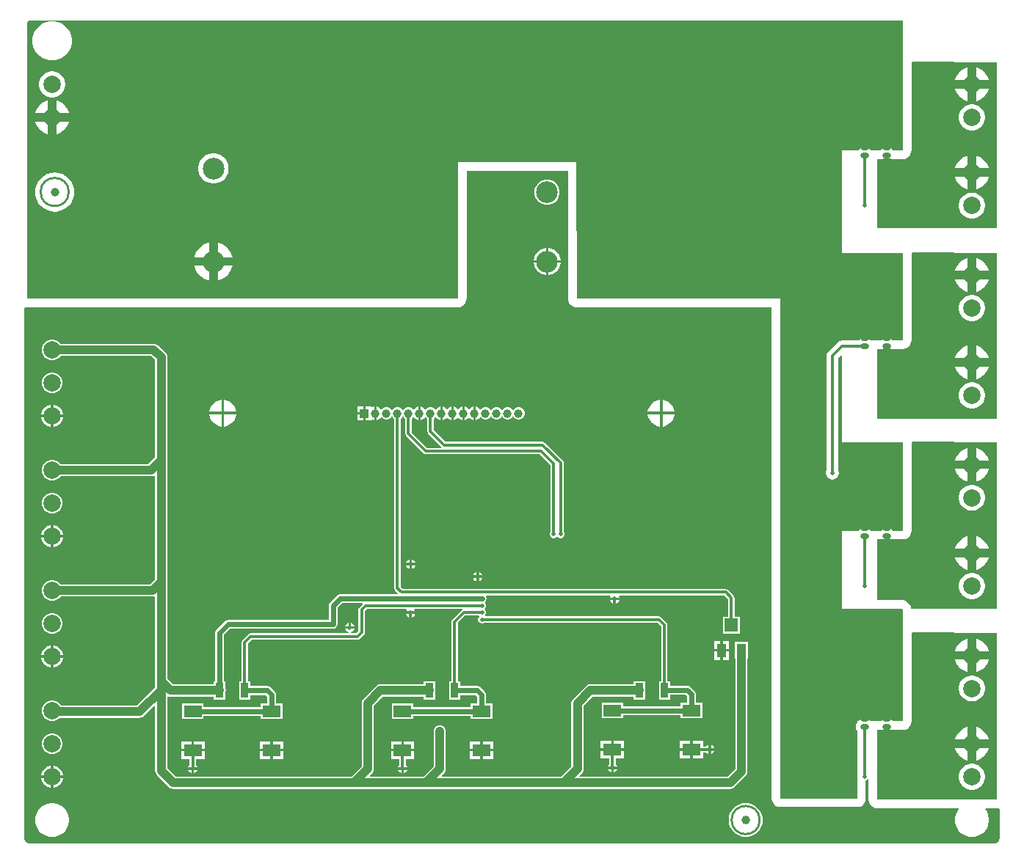
<source format=gtl>
G04*
G04 #@! TF.GenerationSoftware,Altium Limited,Altium Designer,21.4.1 (30)*
G04*
G04 Layer_Physical_Order=1*
G04 Layer_Color=255*
%FSLAX24Y24*%
%MOIN*%
G70*
G04*
G04 #@! TF.SameCoordinates,136769D1-9CB9-4328-8E5A-620BB88F4A60*
G04*
G04*
G04 #@! TF.FilePolarity,Positive*
G04*
G01*
G75*
%ADD11C,0.0100*%
%ADD13C,0.0118*%
%ADD15R,0.0354X0.0669*%
%ADD16R,0.0827X0.0551*%
%ADD17R,0.0394X0.0276*%
%ADD18O,0.0394X0.0276*%
%ADD19R,0.0630X0.0630*%
%ADD20R,0.0433X0.0630*%
%ADD21C,0.0394*%
%ADD35C,0.0197*%
%ADD36C,0.0394*%
%ADD37C,0.0236*%
%ADD38C,0.0787*%
%ADD39R,0.0394X0.0394*%
%ADD40C,0.0984*%
G36*
X-1024Y36350D02*
X38622Y36350D01*
Y33661D01*
X38622Y30433D01*
X38215D01*
X38211Y30437D01*
X38141Y30491D01*
X38060Y30525D01*
X37972Y30536D01*
X37854D01*
X37767Y30525D01*
X37686Y30491D01*
X37616Y30437D01*
X37612Y30433D01*
X37191D01*
X37187Y30437D01*
X37118Y30491D01*
X37036Y30525D01*
X36949Y30536D01*
X36831D01*
X36743Y30525D01*
X36662Y30491D01*
X36592Y30437D01*
X36589Y30433D01*
X35866D01*
Y25783D01*
X38622D01*
Y21811D01*
X38160D01*
X38141Y21826D01*
X38060Y21860D01*
X37972Y21871D01*
X37854D01*
X37767Y21860D01*
X37686Y21826D01*
X37666Y21811D01*
X37137D01*
X37118Y21826D01*
X37036Y21860D01*
X36949Y21871D01*
X36831D01*
X36743Y21860D01*
X36662Y21826D01*
X36643Y21811D01*
X35866D01*
Y21792D01*
X35799Y21783D01*
X35737Y21757D01*
X35684Y21716D01*
X35251Y21283D01*
X35210Y21229D01*
X35184Y21167D01*
X35175Y21100D01*
Y15920D01*
X35158Y15891D01*
X35138Y15816D01*
Y15738D01*
X35158Y15663D01*
X35197Y15595D01*
X35252Y15540D01*
X35319Y15501D01*
X35394Y15481D01*
X35472D01*
X35547Y15501D01*
X35614Y15540D01*
X35669Y15595D01*
X35708Y15663D01*
X35728Y15738D01*
Y15816D01*
X35708Y15891D01*
X35691Y15920D01*
Y20993D01*
X35820Y21122D01*
X35866Y21103D01*
Y17157D01*
X38622D01*
Y13150D01*
X38207D01*
X38141Y13200D01*
X38060Y13234D01*
X37972Y13245D01*
X37854D01*
X37767Y13234D01*
X37686Y13200D01*
X37620Y13150D01*
X37183D01*
X37118Y13200D01*
X37036Y13234D01*
X36949Y13245D01*
X36831D01*
X36743Y13234D01*
X36662Y13200D01*
X36597Y13150D01*
X35866D01*
Y9599D01*
X38587Y9604D01*
X38622Y9569D01*
Y4659D01*
Y4488D01*
X38201D01*
X38141Y4534D01*
X38060Y4568D01*
X37972Y4580D01*
X37854D01*
X37767Y4568D01*
X37686Y4534D01*
X37625Y4488D01*
X37178D01*
X37118Y4534D01*
X37036Y4568D01*
X36949Y4580D01*
X36831D01*
X36743Y4568D01*
X36662Y4534D01*
X36602Y4488D01*
X36554D01*
Y4432D01*
X36538Y4411D01*
X36505Y4329D01*
X36493Y4242D01*
X36505Y4155D01*
X36538Y4073D01*
X36554Y4053D01*
Y3536D01*
Y984D01*
X33071D01*
Y13150D01*
Y23701D01*
X23822D01*
X23816Y29891D01*
X18425D01*
Y23701D01*
X-1137D01*
Y32122D01*
X-1137Y32122D01*
Y36236D01*
X-1137Y36236D01*
X-1137Y36236D01*
X-1129Y36283D01*
X-1105Y36318D01*
X-1068Y36343D01*
X-1028Y36351D01*
X-1024Y36350D01*
D02*
G37*
G36*
X42909Y34449D02*
Y26890D01*
X37480D01*
Y30036D01*
X37612D01*
X37638Y30039D01*
X37664D01*
X37689Y30046D01*
X37715Y30050D01*
X37739Y30059D01*
X37764Y30066D01*
X37787Y30079D01*
X37811Y30089D01*
X37831Y30105D01*
X37854Y30118D01*
X37862Y30126D01*
X37879Y30139D01*
X37880Y30139D01*
X37946D01*
X37948Y30139D01*
X37965Y30126D01*
X37973Y30118D01*
X37995Y30105D01*
X38016Y30089D01*
X38040Y30079D01*
X38063Y30066D01*
X38088Y30059D01*
X38112Y30050D01*
X38138Y30046D01*
X38163Y30039D01*
X38189Y30039D01*
X38215Y30036D01*
X38622D01*
X38725Y30050D01*
X38821Y30089D01*
X38903Y30152D01*
X38966Y30235D01*
X39006Y30330D01*
X39019Y30433D01*
X39019Y33661D01*
Y34449D01*
X39055Y34484D01*
X42909Y34449D01*
D02*
G37*
G36*
X23425Y23700D02*
X23431Y23649D01*
X23438Y23598D01*
X23438Y23598D01*
X23438Y23598D01*
X23458Y23550D01*
X23478Y23502D01*
X23478Y23502D01*
X23478Y23502D01*
X23509Y23461D01*
X23541Y23420D01*
X23541Y23420D01*
X23541Y23420D01*
X23582Y23388D01*
X23623Y23357D01*
X23623Y23357D01*
X23623Y23357D01*
X23671Y23337D01*
X23719Y23317D01*
X23719Y23317D01*
X23719Y23317D01*
X23770Y23310D01*
X23822Y23304D01*
X32674D01*
Y13150D01*
Y984D01*
X32687Y881D01*
X32727Y786D01*
X32790Y703D01*
X32872Y640D01*
X32968Y601D01*
X33071Y587D01*
X36554D01*
X36657Y601D01*
X36753Y640D01*
X36835Y703D01*
X36898Y786D01*
X36938Y881D01*
X36951Y984D01*
Y1802D01*
X36990Y1818D01*
X37033Y1861D01*
X37065Y1855D01*
X37083Y1846D01*
Y933D01*
X37097Y830D01*
X37136Y735D01*
X37200Y652D01*
X37282Y589D01*
X37378Y549D01*
X37480Y536D01*
X41157D01*
X41168Y508D01*
X41173Y486D01*
X41091Y364D01*
X41033Y224D01*
X41004Y76D01*
Y-76D01*
X41033Y-224D01*
X41091Y-364D01*
X41175Y-489D01*
X41282Y-596D01*
X41408Y-680D01*
X41548Y-738D01*
X41696Y-768D01*
X41847D01*
X41996Y-738D01*
X42135Y-680D01*
X42261Y-596D01*
X42368Y-489D01*
X42452Y-364D01*
X42510Y-224D01*
X42539Y-76D01*
Y76D01*
X42510Y224D01*
X42452Y364D01*
X42370Y486D01*
X42375Y508D01*
X42387Y536D01*
X42909D01*
X42979Y545D01*
X43029Y506D01*
Y-827D01*
X43030Y-831D01*
X43013Y-917D01*
X42962Y-993D01*
X42885Y-1045D01*
X42800Y-1062D01*
X42795Y-1061D01*
X-974Y-1061D01*
X-1024Y-1061D01*
X-1071Y-1053D01*
X-1114Y-1045D01*
X-1190Y-993D01*
X-1241Y-917D01*
X-1250Y-874D01*
X-1258Y-827D01*
X-1258Y-827D01*
X-1258Y-778D01*
X-1258Y23274D01*
X-1208Y23313D01*
X-1137Y23304D01*
X18425D01*
X18528Y23317D01*
X18624Y23357D01*
X18706Y23420D01*
X18769Y23502D01*
X18809Y23598D01*
X18822Y23701D01*
Y29493D01*
X23419D01*
X23425Y23700D01*
D02*
G37*
G36*
X42909Y25784D02*
X42909Y18224D01*
X37480D01*
Y21414D01*
X37666D01*
X37692Y21417D01*
X37718D01*
X37743Y21424D01*
X37769Y21427D01*
X37793Y21437D01*
X37818Y21444D01*
X37841Y21457D01*
X37865Y21467D01*
X37872Y21473D01*
X37880Y21474D01*
X37946D01*
X37954Y21473D01*
X37962Y21467D01*
X37986Y21457D01*
X38008Y21444D01*
X38034Y21437D01*
X38058Y21427D01*
X38083Y21424D01*
X38109Y21417D01*
X38135D01*
X38160Y21414D01*
X38622D01*
X38725Y21427D01*
X38821Y21467D01*
X38903Y21530D01*
X38966Y21612D01*
X39006Y21708D01*
X39019Y21811D01*
Y25769D01*
X39054Y25819D01*
X42909Y25784D01*
D02*
G37*
G36*
X42909Y17158D02*
Y9598D01*
X39015D01*
X39012Y9620D01*
X39006Y9671D01*
X39006Y9672D01*
X39006Y9672D01*
X38986Y9719D01*
X38966Y9767D01*
X38966Y9767D01*
X38966Y9768D01*
X38934Y9808D01*
X38903Y9849D01*
X38903Y9850D01*
X38903Y9850D01*
X38867Y9885D01*
X38867Y9885D01*
X38867Y9885D01*
X38826Y9917D01*
X38785Y9948D01*
X38785Y9948D01*
X38785Y9948D01*
X38737Y9968D01*
X38689Y9988D01*
X38689Y9988D01*
X38689Y9988D01*
X38638Y9994D01*
X38586Y10001D01*
X38586Y10001D01*
X38586Y10001D01*
X37516Y9999D01*
X37480Y10034D01*
Y12753D01*
X37620D01*
X37646Y12756D01*
X37672D01*
X37697Y12763D01*
X37723Y12766D01*
X37747Y12776D01*
X37772Y12783D01*
X37795Y12796D01*
X37819Y12806D01*
X37839Y12822D01*
X37862Y12835D01*
X37879Y12848D01*
X37880Y12848D01*
X37946D01*
X37948Y12848D01*
X37965Y12835D01*
X37987Y12822D01*
X38008Y12806D01*
X38032Y12796D01*
X38055Y12783D01*
X38080Y12776D01*
X38104Y12766D01*
X38130Y12763D01*
X38155Y12756D01*
X38181D01*
X38207Y12753D01*
X38622D01*
X38725Y12766D01*
X38821Y12806D01*
X38903Y12869D01*
X38966Y12951D01*
X39006Y13047D01*
X39019Y13150D01*
Y17143D01*
X39054Y17193D01*
X42909Y17158D01*
D02*
G37*
G36*
Y8493D02*
Y3287D01*
X42909Y3287D01*
Y933D01*
X37480D01*
Y4091D01*
X37625D01*
X37651Y4094D01*
X37677D01*
X37702Y4101D01*
X37728Y4105D01*
X37752Y4115D01*
X37777Y4121D01*
X37800Y4134D01*
X37824Y4144D01*
X37844Y4160D01*
X37867Y4173D01*
X37879Y4182D01*
X37880Y4183D01*
X37946D01*
X37948Y4182D01*
X37960Y4173D01*
X37982Y4160D01*
X38003Y4144D01*
X38027Y4134D01*
X38050Y4121D01*
X38075Y4115D01*
X38099Y4105D01*
X38125Y4101D01*
X38150Y4094D01*
X38176D01*
X38201Y4091D01*
X38622D01*
X38725Y4105D01*
X38821Y4144D01*
X38903Y4207D01*
X38966Y4290D01*
X39006Y4385D01*
X39019Y4488D01*
Y4659D01*
Y8492D01*
X39055Y8528D01*
X42909Y8493D01*
D02*
G37*
%LPC*%
G36*
X87Y36295D02*
X-87D01*
X-258Y36261D01*
X-420Y36194D01*
X-565Y36098D01*
X-688Y35974D01*
X-785Y35829D01*
X-852Y35668D01*
X-886Y35497D01*
Y35322D01*
X-852Y35151D01*
X-785Y34990D01*
X-688Y34845D01*
X-565Y34721D01*
X-420Y34624D01*
X-258Y34558D01*
X-87Y34524D01*
X87D01*
X258Y34558D01*
X420Y34624D01*
X565Y34721D01*
X688Y34845D01*
X785Y34990D01*
X852Y35151D01*
X886Y35322D01*
Y35497D01*
X852Y35668D01*
X785Y35829D01*
X688Y35974D01*
X565Y36098D01*
X420Y36194D01*
X258Y36261D01*
X87Y36295D01*
D02*
G37*
G36*
X58Y34031D02*
X-58D01*
X-172Y34009D01*
X-280Y33964D01*
X-376Y33900D01*
X-459Y33817D01*
X-523Y33721D01*
X-568Y33613D01*
X-591Y33499D01*
Y33383D01*
X-568Y33269D01*
X-523Y33161D01*
X-459Y33064D01*
X-376Y32982D01*
X-280Y32918D01*
X-172Y32873D01*
X-58Y32850D01*
X58D01*
X172Y32873D01*
X280Y32918D01*
X376Y32982D01*
X459Y33064D01*
X523Y33161D01*
X568Y33269D01*
X591Y33383D01*
Y33499D01*
X568Y33613D01*
X523Y33721D01*
X459Y33817D01*
X376Y33900D01*
X280Y33964D01*
X172Y34009D01*
X58Y34031D01*
D02*
G37*
G36*
X197Y32705D02*
Y32138D01*
X764D01*
X757Y32171D01*
X698Y32314D01*
X612Y32443D01*
X502Y32553D01*
X373Y32639D01*
X230Y32698D01*
X197Y32705D01*
D02*
G37*
G36*
X-197Y32705D02*
X-230Y32698D01*
X-373Y32639D01*
X-502Y32553D01*
X-612Y32443D01*
X-698Y32314D01*
X-757Y32171D01*
X-764Y32138D01*
X-197D01*
Y32705D01*
D02*
G37*
G36*
X764Y31744D02*
X197D01*
Y31177D01*
X230Y31184D01*
X373Y31243D01*
X502Y31329D01*
X612Y31439D01*
X698Y31568D01*
X757Y31711D01*
X764Y31744D01*
D02*
G37*
G36*
X-197D02*
X-764D01*
X-757Y31711D01*
X-698Y31568D01*
X-612Y31439D01*
X-502Y31329D01*
X-373Y31243D01*
X-230Y31184D01*
X-197Y31177D01*
Y31744D01*
D02*
G37*
G36*
X7391Y30305D02*
X7255D01*
X7122Y30279D01*
X6996Y30227D01*
X6884Y30151D01*
X6788Y30055D01*
X6712Y29942D01*
X6660Y29817D01*
X6634Y29684D01*
Y29548D01*
X6660Y29415D01*
X6712Y29290D01*
X6788Y29177D01*
X6884Y29081D01*
X6996Y29006D01*
X7122Y28954D01*
X7255Y28927D01*
X7391D01*
X7524Y28954D01*
X7649Y29006D01*
X7762Y29081D01*
X7858Y29177D01*
X7933Y29290D01*
X7985Y29415D01*
X8012Y29548D01*
Y29684D01*
X7985Y29817D01*
X7933Y29942D01*
X7858Y30055D01*
X7762Y30151D01*
X7649Y30227D01*
X7524Y30279D01*
X7391Y30305D01*
D02*
G37*
G36*
X118Y29435D02*
X-56Y29417D01*
X-223Y29367D01*
X-377Y29284D01*
X-512Y29173D01*
X-623Y29038D01*
X-705Y28884D01*
X-756Y28717D01*
X-773Y28543D01*
X-756Y28369D01*
X-705Y28202D01*
X-623Y28048D01*
X-512Y27913D01*
X-377Y27802D01*
X-223Y27720D01*
X-56Y27669D01*
X118Y27652D01*
X292Y27669D01*
X459Y27720D01*
X613Y27802D01*
X748Y27913D01*
X859Y28048D01*
X941Y28202D01*
X992Y28369D01*
X1009Y28543D01*
X992Y28717D01*
X941Y28884D01*
X859Y29038D01*
X748Y29173D01*
X613Y29284D01*
X459Y29367D01*
X292Y29417D01*
X118Y29435D01*
D02*
G37*
G36*
X7520Y26248D02*
Y25581D01*
X8187D01*
X8175Y25642D01*
X8108Y25803D01*
X8011Y25949D01*
X7888Y26072D01*
X7742Y26169D01*
X7581Y26236D01*
X7520Y26248D01*
D02*
G37*
G36*
X7126D02*
X7064Y26236D01*
X6903Y26169D01*
X6758Y26072D01*
X6635Y25949D01*
X6538Y25803D01*
X6471Y25642D01*
X6459Y25581D01*
X7126D01*
Y26248D01*
D02*
G37*
G36*
X8187Y25187D02*
X7520D01*
Y24520D01*
X7581Y24532D01*
X7742Y24599D01*
X7888Y24696D01*
X8011Y24819D01*
X8108Y24964D01*
X8175Y25125D01*
X8187Y25187D01*
D02*
G37*
G36*
X7126D02*
X6459D01*
X6471Y25125D01*
X6538Y24964D01*
X6635Y24819D01*
X6758Y24696D01*
X6903Y24599D01*
X7064Y24532D01*
X7126Y24520D01*
Y25187D01*
D02*
G37*
G36*
X41968Y34205D02*
Y33638D01*
X42535D01*
X42529Y33671D01*
X42469Y33814D01*
X42383Y33943D01*
X42274Y34053D01*
X42145Y34139D01*
X42001Y34198D01*
X41968Y34205D01*
D02*
G37*
G36*
X41575D02*
X41542Y34198D01*
X41399Y34139D01*
X41270Y34053D01*
X41160Y33943D01*
X41074Y33814D01*
X41015Y33671D01*
X41008Y33638D01*
X41575D01*
Y34205D01*
D02*
G37*
G36*
X42535Y33244D02*
X41968D01*
Y32677D01*
X42001Y32684D01*
X42145Y32743D01*
X42274Y32829D01*
X42383Y32939D01*
X42469Y33068D01*
X42529Y33211D01*
X42535Y33244D01*
D02*
G37*
G36*
X41575D02*
X41008D01*
X41015Y33211D01*
X41074Y33068D01*
X41160Y32939D01*
X41270Y32829D01*
X41399Y32743D01*
X41542Y32684D01*
X41575Y32677D01*
Y33244D01*
D02*
G37*
G36*
X41830Y32531D02*
X41713D01*
X41599Y32509D01*
X41492Y32464D01*
X41395Y32400D01*
X41313Y32317D01*
X41248Y32221D01*
X41204Y32113D01*
X41181Y31999D01*
Y31883D01*
X41204Y31769D01*
X41248Y31661D01*
X41313Y31564D01*
X41395Y31482D01*
X41492Y31418D01*
X41599Y31373D01*
X41713Y31350D01*
X41830D01*
X41944Y31373D01*
X42051Y31418D01*
X42148Y31482D01*
X42230Y31564D01*
X42295Y31661D01*
X42340Y31769D01*
X42362Y31883D01*
Y31999D01*
X42340Y32113D01*
X42295Y32221D01*
X42230Y32317D01*
X42148Y32400D01*
X42051Y32464D01*
X41944Y32509D01*
X41830Y32531D01*
D02*
G37*
G36*
X41968Y30189D02*
Y29622D01*
X42535D01*
X42529Y29655D01*
X42469Y29798D01*
X42383Y29927D01*
X42274Y30037D01*
X42145Y30123D01*
X42001Y30182D01*
X41968Y30189D01*
D02*
G37*
G36*
X41575D02*
X41542Y30182D01*
X41399Y30123D01*
X41270Y30037D01*
X41160Y29927D01*
X41074Y29798D01*
X41015Y29655D01*
X41008Y29622D01*
X41575D01*
Y30189D01*
D02*
G37*
G36*
X42535Y29228D02*
X41968D01*
Y28662D01*
X42001Y28668D01*
X42145Y28727D01*
X42274Y28814D01*
X42383Y28923D01*
X42469Y29052D01*
X42529Y29196D01*
X42535Y29228D01*
D02*
G37*
G36*
X41575D02*
X41008D01*
X41015Y29196D01*
X41074Y29052D01*
X41160Y28923D01*
X41270Y28814D01*
X41399Y28727D01*
X41542Y28668D01*
X41575Y28662D01*
Y29228D01*
D02*
G37*
G36*
X41830Y28516D02*
X41713D01*
X41599Y28493D01*
X41492Y28449D01*
X41395Y28384D01*
X41313Y28302D01*
X41248Y28205D01*
X41204Y28097D01*
X41181Y27983D01*
Y27867D01*
X41204Y27753D01*
X41248Y27645D01*
X41313Y27549D01*
X41395Y27466D01*
X41492Y27402D01*
X41599Y27357D01*
X41713Y27335D01*
X41830D01*
X41944Y27357D01*
X42051Y27402D01*
X42148Y27466D01*
X42230Y27549D01*
X42295Y27645D01*
X42340Y27753D01*
X42362Y27867D01*
Y27983D01*
X42340Y28097D01*
X42295Y28205D01*
X42230Y28302D01*
X42148Y28384D01*
X42051Y28449D01*
X41944Y28493D01*
X41830Y28516D01*
D02*
G37*
G36*
X22555Y29104D02*
X22405D01*
X22260Y29065D01*
X22130Y28990D01*
X22024Y28884D01*
X21948Y28754D01*
X21909Y28609D01*
Y28458D01*
X21948Y28313D01*
X22024Y28183D01*
X22130Y28077D01*
X22260Y28001D01*
X22405Y27963D01*
X22555D01*
X22701Y28001D01*
X22831Y28077D01*
X22937Y28183D01*
X23012Y28313D01*
X23051Y28458D01*
Y28609D01*
X23012Y28754D01*
X22937Y28884D01*
X22831Y28990D01*
X22701Y29065D01*
X22555Y29104D01*
D02*
G37*
G36*
X22540Y25994D02*
X22539D01*
Y25443D01*
X23091D01*
Y25444D01*
X23067Y25562D01*
X23021Y25673D01*
X22954Y25773D01*
X22869Y25858D01*
X22769Y25925D01*
X22658Y25971D01*
X22540Y25994D01*
D02*
G37*
G36*
X22421D02*
X22420D01*
X22302Y25971D01*
X22191Y25925D01*
X22091Y25858D01*
X22006Y25773D01*
X21940Y25673D01*
X21894Y25562D01*
X21870Y25444D01*
Y25443D01*
X22421D01*
Y25994D01*
D02*
G37*
G36*
X23091Y25325D02*
X22539D01*
Y24774D01*
X22540D01*
X22658Y24797D01*
X22769Y24843D01*
X22869Y24910D01*
X22954Y24995D01*
X23021Y25095D01*
X23067Y25206D01*
X23091Y25324D01*
Y25325D01*
D02*
G37*
G36*
X22421D02*
X21870D01*
Y25324D01*
X21894Y25206D01*
X21940Y25095D01*
X22006Y24995D01*
X22091Y24910D01*
X22191Y24843D01*
X22302Y24797D01*
X22420Y24774D01*
X22421D01*
Y25325D01*
D02*
G37*
G36*
X62Y20344D02*
X-62D01*
X-182Y20312D01*
X-290Y20250D01*
X-378Y20162D01*
X-440Y20054D01*
X-472Y19934D01*
Y19810D01*
X-440Y19690D01*
X-378Y19582D01*
X-290Y19494D01*
X-182Y19432D01*
X-62Y19400D01*
X62D01*
X182Y19432D01*
X290Y19494D01*
X378Y19582D01*
X440Y19690D01*
X472Y19810D01*
Y19934D01*
X440Y20054D01*
X378Y20162D01*
X290Y20250D01*
X182Y20312D01*
X62Y20344D01*
D02*
G37*
G36*
X19124Y18794D02*
X19061Y18778D01*
X18990Y18736D01*
X18933Y18680D01*
X18876Y18736D01*
X18805Y18778D01*
X18742Y18794D01*
Y18484D01*
Y18174D01*
X18805Y18191D01*
X18876Y18232D01*
X18933Y18289D01*
X18990Y18232D01*
X19061Y18191D01*
X19124Y18174D01*
Y18484D01*
Y18794D01*
D02*
G37*
G36*
X18624D02*
X18562Y18778D01*
X18490Y18736D01*
X18433Y18680D01*
X18376Y18736D01*
X18305Y18778D01*
X18242Y18794D01*
Y18484D01*
Y18174D01*
X18305Y18191D01*
X18376Y18232D01*
X18433Y18289D01*
X18490Y18232D01*
X18562Y18191D01*
X18624Y18174D01*
Y18484D01*
Y18794D01*
D02*
G37*
G36*
X18124D02*
X18061Y18778D01*
X17990Y18736D01*
X17933Y18680D01*
X17876Y18736D01*
X17805Y18778D01*
X17742Y18794D01*
Y18484D01*
Y18174D01*
X17805Y18191D01*
X17876Y18232D01*
X17933Y18289D01*
X17990Y18232D01*
X18061Y18191D01*
X18124Y18174D01*
Y18484D01*
Y18794D01*
D02*
G37*
G36*
X27722Y19104D02*
X27720D01*
Y18553D01*
X28272D01*
Y18554D01*
X28248Y18672D01*
X28202Y18783D01*
X28135Y18883D01*
X28050Y18968D01*
X27950Y19034D01*
X27839Y19080D01*
X27722Y19104D01*
D02*
G37*
G36*
X7815D02*
X7814D01*
Y18553D01*
X8365D01*
Y18554D01*
X8342Y18672D01*
X8296Y18783D01*
X8229Y18883D01*
X8144Y18968D01*
X8044Y19034D01*
X7933Y19080D01*
X7815Y19104D01*
D02*
G37*
G36*
X7696D02*
X7695D01*
X7577Y19080D01*
X7466Y19034D01*
X7366Y18968D01*
X7281Y18883D01*
X7214Y18783D01*
X7168Y18672D01*
X7144Y18554D01*
Y18553D01*
X7696D01*
Y19104D01*
D02*
G37*
G36*
X27602D02*
X27601D01*
X27483Y19080D01*
X27372Y19034D01*
X27272Y18968D01*
X27187Y18883D01*
X27121Y18783D01*
X27075Y18672D01*
X27051Y18554D01*
Y18553D01*
X27602D01*
Y19104D01*
D02*
G37*
G36*
X14124Y18799D02*
X13868D01*
Y18543D01*
X14124D01*
Y18799D01*
D02*
G37*
G36*
X67Y18884D02*
X59D01*
Y18431D01*
X512D01*
Y18439D01*
X477Y18570D01*
X410Y18686D01*
X314Y18782D01*
X198Y18849D01*
X67Y18884D01*
D02*
G37*
G36*
X-59D02*
X-67D01*
X-198Y18849D01*
X-314Y18782D01*
X-410Y18686D01*
X-477Y18570D01*
X-512Y18439D01*
Y18431D01*
X-59D01*
Y18884D01*
D02*
G37*
G36*
X19242Y18794D02*
Y18484D01*
Y18174D01*
X19305Y18191D01*
X19376Y18232D01*
X19428Y18284D01*
X19436Y18291D01*
X19491Y18287D01*
X19514Y18264D01*
X19577Y18227D01*
X19647Y18209D01*
X19719D01*
X19789Y18227D01*
X19852Y18264D01*
X19904Y18315D01*
X19908Y18323D01*
X19958D01*
X19963Y18315D01*
X20014Y18264D01*
X20077Y18227D01*
X20147Y18209D01*
X20219D01*
X20289Y18227D01*
X20352Y18264D01*
X20404Y18315D01*
X20408Y18323D01*
X20458D01*
X20463Y18315D01*
X20514Y18264D01*
X20577Y18227D01*
X20647Y18209D01*
X20719D01*
X20789Y18227D01*
X20852Y18264D01*
X20904Y18315D01*
X20908Y18323D01*
X20958D01*
X20963Y18315D01*
X21014Y18264D01*
X21077Y18227D01*
X21147Y18209D01*
X21219D01*
X21289Y18227D01*
X21352Y18264D01*
X21404Y18315D01*
X21440Y18378D01*
X21459Y18448D01*
Y18521D01*
X21440Y18591D01*
X21404Y18653D01*
X21352Y18705D01*
X21289Y18741D01*
X21219Y18760D01*
X21147D01*
X21077Y18741D01*
X21014Y18705D01*
X20963Y18653D01*
X20958Y18646D01*
X20908D01*
X20904Y18653D01*
X20852Y18705D01*
X20789Y18741D01*
X20719Y18760D01*
X20647D01*
X20577Y18741D01*
X20514Y18705D01*
X20463Y18653D01*
X20458Y18646D01*
X20408D01*
X20404Y18653D01*
X20352Y18705D01*
X20289Y18741D01*
X20219Y18760D01*
X20147D01*
X20077Y18741D01*
X20014Y18705D01*
X19963Y18653D01*
X19958Y18646D01*
X19908D01*
X19904Y18653D01*
X19852Y18705D01*
X19789Y18741D01*
X19719Y18760D01*
X19647D01*
X19577Y18741D01*
X19514Y18705D01*
X19491Y18682D01*
X19436Y18678D01*
X19428Y18685D01*
X19376Y18736D01*
X19305Y18778D01*
X19242Y18794D01*
D02*
G37*
G36*
X62Y21844D02*
X-62D01*
X-182Y21812D01*
X-290Y21750D01*
X-378Y21662D01*
X-440Y21554D01*
X-472Y21434D01*
Y21310D01*
X-440Y21190D01*
X-378Y21082D01*
X-290Y20994D01*
X-182Y20932D01*
X-62Y20900D01*
X62D01*
X182Y20932D01*
X290Y20994D01*
X378Y21082D01*
X385Y21094D01*
X4497D01*
X4683Y20908D01*
Y16493D01*
X4372Y16182D01*
X385D01*
X378Y16194D01*
X290Y16282D01*
X182Y16344D01*
X62Y16377D01*
X-62D01*
X-182Y16344D01*
X-290Y16282D01*
X-378Y16194D01*
X-440Y16087D01*
X-472Y15966D01*
Y15842D01*
X-440Y15722D01*
X-378Y15614D01*
X-290Y15526D01*
X-182Y15464D01*
X-62Y15432D01*
X62D01*
X182Y15464D01*
X290Y15526D01*
X378Y15614D01*
X385Y15626D01*
X4487D01*
X4559Y15636D01*
X4626Y15663D01*
X4638Y15673D01*
X4683Y15651D01*
Y10942D01*
X4455Y10714D01*
X385D01*
X378Y10726D01*
X290Y10814D01*
X182Y10877D01*
X62Y10909D01*
X-62D01*
X-182Y10877D01*
X-290Y10814D01*
X-378Y10726D01*
X-440Y10619D01*
X-472Y10499D01*
Y10374D01*
X-440Y10254D01*
X-378Y10146D01*
X-290Y10058D01*
X-182Y9996D01*
X-62Y9964D01*
X62D01*
X182Y9996D01*
X290Y10058D01*
X378Y10146D01*
X385Y10158D01*
X4570D01*
X4633Y10167D01*
X4683Y10141D01*
Y6299D01*
Y6021D01*
X3861Y5199D01*
X412D01*
X378Y5259D01*
X290Y5347D01*
X182Y5409D01*
X62Y5441D01*
X-62D01*
X-182Y5409D01*
X-290Y5347D01*
X-378Y5259D01*
X-440Y5151D01*
X-472Y5031D01*
Y4906D01*
X-440Y4786D01*
X-378Y4678D01*
X-290Y4590D01*
X-182Y4528D01*
X-62Y4496D01*
X62D01*
X182Y4528D01*
X290Y4590D01*
X343Y4643D01*
X3976D01*
X4048Y4653D01*
X4115Y4681D01*
X4173Y4725D01*
X4636Y5188D01*
X4683Y5169D01*
Y2244D01*
X4692Y2172D01*
X4720Y2105D01*
X4764Y2048D01*
X5315Y1496D01*
X5373Y1452D01*
X5440Y1424D01*
X5512Y1415D01*
X30787D01*
X30859Y1424D01*
X30926Y1452D01*
X30984Y1496D01*
X31496Y2008D01*
X31540Y2066D01*
X31568Y2133D01*
X31577Y2205D01*
Y7323D01*
X31594D01*
Y8110D01*
X31004D01*
Y7323D01*
X31021D01*
Y2320D01*
X30672Y1971D01*
X23967D01*
X23948Y2017D01*
X24058Y2126D01*
X24102Y2184D01*
X24129Y2251D01*
X24139Y2323D01*
Y5200D01*
X24547Y5608D01*
X26412D01*
Y5472D01*
X26923D01*
Y5783D01*
X26936Y5814D01*
X26945Y5886D01*
X26936Y5958D01*
X26923Y5988D01*
Y6299D01*
X26412D01*
Y6164D01*
X24432D01*
X24360Y6154D01*
X24293Y6127D01*
X24235Y6082D01*
X23664Y5512D01*
X23620Y5454D01*
X23592Y5387D01*
X23583Y5315D01*
Y2438D01*
X23116Y1971D01*
X17705D01*
X17686Y2017D01*
X17795Y2126D01*
X17839Y2184D01*
X17867Y2251D01*
X17876Y2323D01*
Y4039D01*
X17867Y4111D01*
X17839Y4178D01*
X17795Y4235D01*
X17737Y4279D01*
X17670Y4307D01*
X17598Y4317D01*
X17526Y4307D01*
X17459Y4279D01*
X17402Y4235D01*
X17358Y4178D01*
X17330Y4111D01*
X17320Y4039D01*
Y2438D01*
X16853Y1971D01*
X14437D01*
X14418Y2017D01*
X14527Y2126D01*
X14571Y2184D01*
X14599Y2251D01*
X14609Y2323D01*
Y5200D01*
X15017Y5608D01*
X16881D01*
Y5472D01*
X17393D01*
Y5783D01*
X17406Y5814D01*
X17415Y5886D01*
X17406Y5958D01*
X17393Y5988D01*
Y6299D01*
X16881D01*
Y6164D01*
X14902D01*
X14830Y6154D01*
X14763Y6127D01*
X14705Y6082D01*
X14134Y5512D01*
X14090Y5454D01*
X14062Y5387D01*
X14053Y5315D01*
Y2438D01*
X13586Y1971D01*
X5627D01*
X5239Y2359D01*
Y5599D01*
X5280Y5626D01*
X5302Y5617D01*
X5374Y5608D01*
X7351D01*
Y5472D01*
X7863D01*
Y5783D01*
X7875Y5814D01*
X7885Y5886D01*
X7875Y5958D01*
X7863Y5988D01*
Y6299D01*
X7808D01*
Y8429D01*
X8075Y8697D01*
X12766D01*
X12843Y8712D01*
X12908Y8756D01*
X12951Y8821D01*
X12966Y8898D01*
Y9661D01*
X13164Y9858D01*
X14077D01*
X14098Y9808D01*
X13956Y9666D01*
X13925Y9621D01*
X13915Y9567D01*
Y8592D01*
X13810Y8487D01*
X13579D01*
X13569Y8537D01*
X13636Y8565D01*
X13697Y8626D01*
X13724Y8690D01*
X13304D01*
X13330Y8626D01*
X13391Y8565D01*
X13459Y8537D01*
X13449Y8487D01*
X9016D01*
X8962Y8476D01*
X8916Y8446D01*
X8649Y8179D01*
X8619Y8133D01*
X8608Y8079D01*
Y6299D01*
X8493D01*
Y5472D01*
X9005D01*
Y5685D01*
X9698D01*
X9768Y5614D01*
Y5305D01*
X9477D01*
Y5151D01*
X6879D01*
Y5305D01*
X5894D01*
Y4596D01*
X6879D01*
Y4750D01*
X9477D01*
Y4596D01*
X10461D01*
Y5305D01*
X10170D01*
Y5697D01*
X10155Y5774D01*
X10111Y5839D01*
X9923Y6028D01*
X9858Y6071D01*
X9781Y6087D01*
X9005D01*
Y6299D01*
X8889D01*
Y8021D01*
X9074Y8206D01*
X13868D01*
X13922Y8217D01*
X13967Y8247D01*
X14154Y8434D01*
X14185Y8480D01*
X14196Y8533D01*
Y9509D01*
X14290Y9604D01*
X16073D01*
X16092Y9557D01*
X16086Y9552D01*
X16060Y9488D01*
X16480D01*
X16453Y9552D01*
X16448Y9557D01*
X16467Y9604D01*
X18621D01*
X18626Y9589D01*
X18629Y9554D01*
X18592Y9528D01*
X18180Y9116D01*
X18149Y9071D01*
X18138Y9017D01*
Y8647D01*
X18138Y8647D01*
Y6299D01*
X18023D01*
Y5472D01*
X18535D01*
Y5685D01*
X19228D01*
X19299Y5614D01*
Y5305D01*
X19007D01*
Y5151D01*
X16409D01*
Y5305D01*
X15425D01*
Y4596D01*
X16409D01*
Y4750D01*
X19007D01*
Y4596D01*
X19992D01*
Y5305D01*
X19700D01*
Y5697D01*
X19685Y5774D01*
X19641Y5839D01*
X19453Y6028D01*
X19388Y6071D01*
X19311Y6087D01*
X18535D01*
Y6299D01*
X18419D01*
Y8647D01*
X18419Y8647D01*
Y8959D01*
X18749Y9289D01*
X19381D01*
X19401Y9239D01*
X19377Y9215D01*
X19350Y9149D01*
Y9079D01*
X19377Y9014D01*
X19427Y8964D01*
X19492Y8937D01*
X19563D01*
X19628Y8964D01*
X19638Y8974D01*
X27495D01*
X27669Y8800D01*
Y6299D01*
X27553D01*
Y5472D01*
X28065D01*
Y5715D01*
X28758D01*
X28829Y5644D01*
Y5335D01*
X28538D01*
Y5181D01*
X25939D01*
Y5335D01*
X24955D01*
Y4626D01*
X25939D01*
Y4780D01*
X28538D01*
Y4626D01*
X29522D01*
Y5335D01*
X29230D01*
Y5727D01*
X29215Y5804D01*
X29172Y5869D01*
X28983Y6057D01*
X28918Y6101D01*
X28841Y6116D01*
X28065D01*
Y6299D01*
X27950D01*
Y8858D01*
X27939Y8912D01*
X27909Y8958D01*
X27653Y9214D01*
X27607Y9244D01*
X27553Y9255D01*
X19674D01*
X19654Y9305D01*
X19678Y9329D01*
X19705Y9394D01*
Y9464D01*
X19678Y9529D01*
X19653Y9554D01*
X19633Y9587D01*
X19653Y9619D01*
X19678Y9644D01*
X19705Y9709D01*
Y9779D01*
X19678Y9844D01*
X19659Y9863D01*
X19664Y9913D01*
X19669Y9917D01*
X19713Y9982D01*
X19728Y10059D01*
X19713Y10136D01*
X19694Y10164D01*
X19721Y10214D01*
X25326D01*
X25352Y10164D01*
X25333Y10118D01*
X25753D01*
X25734Y10164D01*
X25759Y10214D01*
X30532D01*
X30706Y10040D01*
Y9252D01*
X30453D01*
Y8465D01*
X31240D01*
Y9252D01*
X30987D01*
Y10098D01*
X30976Y10152D01*
X30946Y10198D01*
X30690Y10454D01*
X30644Y10484D01*
X30591Y10495D01*
X15924D01*
X15824Y10596D01*
Y18247D01*
X15852Y18264D01*
X15904Y18315D01*
X15908Y18323D01*
X15958D01*
X15963Y18315D01*
X16014Y18264D01*
X16043Y18247D01*
Y17557D01*
X16053Y17503D01*
X16084Y17458D01*
X16869Y16672D01*
X16915Y16642D01*
X16969Y16631D01*
X22147D01*
X22635Y16143D01*
Y13102D01*
X22625Y13092D01*
X22598Y13027D01*
Y12957D01*
X22625Y12892D01*
X22675Y12842D01*
X22740Y12815D01*
X22811D01*
X22876Y12842D01*
X22900Y12866D01*
X22933Y12887D01*
X22966Y12866D01*
X22990Y12842D01*
X23055Y12815D01*
X23126D01*
X23191Y12842D01*
X23241Y12892D01*
X23268Y12957D01*
Y13027D01*
X23241Y13092D01*
X23231Y13102D01*
Y16240D01*
X23220Y16294D01*
X23190Y16339D01*
X22383Y17147D01*
X22337Y17177D01*
X22283Y17188D01*
X17853D01*
X17324Y17718D01*
Y18247D01*
X17352Y18264D01*
X17376Y18287D01*
X17430Y18291D01*
X17438Y18284D01*
X17490Y18232D01*
X17562Y18191D01*
X17624Y18174D01*
Y18484D01*
Y18794D01*
X17562Y18778D01*
X17490Y18736D01*
X17438Y18685D01*
X17430Y18678D01*
X17376Y18682D01*
X17352Y18705D01*
X17289Y18741D01*
X17219Y18760D01*
X17147D01*
X17077Y18741D01*
X17014Y18705D01*
X16991Y18682D01*
X16936Y18678D01*
X16928Y18685D01*
X16876Y18736D01*
X16805Y18778D01*
X16742Y18794D01*
Y18484D01*
Y18174D01*
X16805Y18191D01*
X16876Y18232D01*
X16928Y18284D01*
X16936Y18291D01*
X16991Y18287D01*
X17014Y18264D01*
X17043Y18247D01*
Y17659D01*
X17053Y17606D01*
X17084Y17560D01*
X17682Y16962D01*
X17662Y16912D01*
X17027D01*
X16324Y17615D01*
Y18247D01*
X16352Y18264D01*
X16376Y18287D01*
X16430Y18291D01*
X16438Y18284D01*
X16490Y18232D01*
X16561Y18191D01*
X16624Y18174D01*
Y18484D01*
Y18794D01*
X16561Y18778D01*
X16490Y18736D01*
X16438Y18685D01*
X16430Y18678D01*
X16376Y18682D01*
X16352Y18705D01*
X16289Y18741D01*
X16219Y18760D01*
X16147D01*
X16077Y18741D01*
X16014Y18705D01*
X15963Y18653D01*
X15958Y18646D01*
X15908D01*
X15904Y18653D01*
X15852Y18705D01*
X15789Y18741D01*
X15719Y18760D01*
X15647D01*
X15577Y18741D01*
X15514Y18705D01*
X15463Y18653D01*
X15458Y18646D01*
X15408D01*
X15404Y18653D01*
X15352Y18705D01*
X15289Y18741D01*
X15219Y18760D01*
X15147D01*
X15077Y18741D01*
X15014Y18705D01*
X14991Y18682D01*
X14936Y18678D01*
X14928Y18685D01*
X14876Y18736D01*
X14805Y18778D01*
X14742Y18794D01*
Y18484D01*
Y18174D01*
X14805Y18191D01*
X14876Y18232D01*
X14928Y18284D01*
X14936Y18291D01*
X14991Y18287D01*
X15014Y18264D01*
X15077Y18227D01*
X15147Y18209D01*
X15219D01*
X15289Y18227D01*
X15352Y18264D01*
X15404Y18315D01*
X15408Y18323D01*
X15458D01*
X15463Y18315D01*
X15514Y18264D01*
X15543Y18247D01*
Y10537D01*
X15553Y10484D01*
X15584Y10438D01*
X15716Y10306D01*
X15697Y10260D01*
X13081D01*
X13004Y10244D01*
X12939Y10201D01*
X12624Y9886D01*
X12580Y9821D01*
X12565Y9744D01*
Y9098D01*
X7992D01*
X7915Y9083D01*
X7850Y9040D01*
X7465Y8654D01*
X7422Y8589D01*
X7406Y8512D01*
Y6299D01*
X7351D01*
Y6164D01*
X5489D01*
X5239Y6414D01*
Y10827D01*
Y16378D01*
Y21024D01*
X5229Y21096D01*
X5201Y21163D01*
X5157Y21220D01*
X4809Y21569D01*
X4751Y21613D01*
X4684Y21641D01*
X4612Y21650D01*
X385D01*
X378Y21662D01*
X290Y21750D01*
X182Y21812D01*
X62Y21844D01*
D02*
G37*
G36*
X14498Y18799D02*
X14242D01*
Y18484D01*
Y18169D01*
X14498D01*
Y18177D01*
X14541Y18202D01*
X14562Y18191D01*
X14624Y18174D01*
Y18484D01*
Y18794D01*
X14562Y18778D01*
X14541Y18766D01*
X14498Y18791D01*
Y18799D01*
D02*
G37*
G36*
X14124Y18425D02*
X13868D01*
Y18169D01*
X14124D01*
Y18425D01*
D02*
G37*
G36*
X28272Y18435D02*
X27720D01*
Y17883D01*
X27722D01*
X27839Y17907D01*
X27950Y17953D01*
X28050Y18020D01*
X28135Y18105D01*
X28202Y18205D01*
X28248Y18316D01*
X28272Y18434D01*
Y18435D01*
D02*
G37*
G36*
X27602D02*
X27051D01*
Y18434D01*
X27075Y18316D01*
X27121Y18205D01*
X27187Y18105D01*
X27272Y18020D01*
X27372Y17953D01*
X27483Y17907D01*
X27601Y17883D01*
X27602D01*
Y18435D01*
D02*
G37*
G36*
X8365D02*
X7814D01*
Y17883D01*
X7815D01*
X7933Y17907D01*
X8044Y17953D01*
X8144Y18020D01*
X8229Y18105D01*
X8296Y18205D01*
X8342Y18316D01*
X8365Y18434D01*
Y18435D01*
D02*
G37*
G36*
X7696D02*
X7144D01*
Y18434D01*
X7168Y18316D01*
X7214Y18205D01*
X7281Y18105D01*
X7366Y18020D01*
X7466Y17953D01*
X7577Y17907D01*
X7695Y17883D01*
X7696D01*
Y18435D01*
D02*
G37*
G36*
X512Y18313D02*
X59D01*
Y17860D01*
X67D01*
X198Y17895D01*
X314Y17962D01*
X410Y18058D01*
X477Y18174D01*
X512Y18305D01*
Y18313D01*
D02*
G37*
G36*
X-59D02*
X-512D01*
Y18305D01*
X-477Y18174D01*
X-410Y18058D01*
X-314Y17962D01*
X-198Y17895D01*
X-67Y17860D01*
X-59D01*
Y18313D01*
D02*
G37*
G36*
X62Y14877D02*
X-62D01*
X-182Y14844D01*
X-290Y14782D01*
X-378Y14694D01*
X-440Y14587D01*
X-472Y14466D01*
Y14342D01*
X-440Y14222D01*
X-378Y14114D01*
X-290Y14026D01*
X-182Y13964D01*
X-62Y13932D01*
X62D01*
X182Y13964D01*
X290Y14026D01*
X378Y14114D01*
X440Y14222D01*
X472Y14342D01*
Y14466D01*
X440Y14587D01*
X378Y14694D01*
X290Y14782D01*
X182Y14844D01*
X62Y14877D01*
D02*
G37*
G36*
X67Y13416D02*
X59D01*
Y12963D01*
X512D01*
Y12972D01*
X477Y13102D01*
X410Y13218D01*
X314Y13314D01*
X198Y13381D01*
X67Y13416D01*
D02*
G37*
G36*
X-59D02*
X-67D01*
X-198Y13381D01*
X-314Y13314D01*
X-410Y13218D01*
X-477Y13102D01*
X-512Y12972D01*
Y12963D01*
X-59D01*
Y13416D01*
D02*
G37*
G36*
X512Y12845D02*
X59D01*
Y12392D01*
X67D01*
X198Y12427D01*
X314Y12495D01*
X410Y12590D01*
X477Y12707D01*
X512Y12837D01*
Y12845D01*
D02*
G37*
G36*
X-59D02*
X-512D01*
Y12837D01*
X-477Y12707D01*
X-410Y12590D01*
X-314Y12495D01*
X-198Y12427D01*
X-67Y12392D01*
X-59D01*
Y12845D01*
D02*
G37*
G36*
X16339Y11844D02*
Y11693D01*
X16489D01*
X16463Y11757D01*
X16402Y11817D01*
X16339Y11844D01*
D02*
G37*
G36*
X16220D02*
X16157Y11817D01*
X16096Y11757D01*
X16070Y11693D01*
X16220D01*
Y11844D01*
D02*
G37*
G36*
X16489Y11575D02*
X16339D01*
Y11424D01*
X16402Y11450D01*
X16463Y11511D01*
X16489Y11575D01*
D02*
G37*
G36*
X16220D02*
X16070D01*
X16096Y11511D01*
X16157Y11450D01*
X16220Y11424D01*
Y11575D01*
D02*
G37*
G36*
X19390Y11273D02*
Y11122D01*
X19541D01*
X19514Y11186D01*
X19453Y11247D01*
X19390Y11273D01*
D02*
G37*
G36*
X19272D02*
X19208Y11247D01*
X19147Y11186D01*
X19121Y11122D01*
X19272D01*
Y11273D01*
D02*
G37*
G36*
X19541Y11004D02*
X19390D01*
Y10853D01*
X19453Y10879D01*
X19514Y10940D01*
X19541Y11004D01*
D02*
G37*
G36*
X19272D02*
X19121D01*
X19147Y10940D01*
X19208Y10879D01*
X19272Y10853D01*
Y11004D01*
D02*
G37*
G36*
X25753Y10000D02*
X25602D01*
Y9849D01*
X25665Y9875D01*
X25726Y9936D01*
X25753Y10000D01*
D02*
G37*
G36*
X25484D02*
X25333D01*
X25359Y9936D01*
X25420Y9875D01*
X25484Y9849D01*
Y10000D01*
D02*
G37*
G36*
X16480Y9370D02*
X16329D01*
Y9219D01*
X16392Y9246D01*
X16453Y9306D01*
X16480Y9370D01*
D02*
G37*
G36*
X16211D02*
X16060D01*
X16086Y9306D01*
X16147Y9246D01*
X16211Y9219D01*
Y9370D01*
D02*
G37*
G36*
X13573Y8959D02*
Y8808D01*
X13724D01*
X13697Y8871D01*
X13636Y8932D01*
X13573Y8959D01*
D02*
G37*
G36*
X13455D02*
X13391Y8932D01*
X13330Y8871D01*
X13304Y8808D01*
X13455D01*
Y8959D01*
D02*
G37*
G36*
X62Y9409D02*
X-62D01*
X-182Y9377D01*
X-290Y9314D01*
X-378Y9226D01*
X-440Y9119D01*
X-472Y8999D01*
Y8874D01*
X-440Y8754D01*
X-378Y8646D01*
X-290Y8558D01*
X-182Y8496D01*
X-62Y8464D01*
X62D01*
X182Y8496D01*
X290Y8558D01*
X378Y8646D01*
X440Y8754D01*
X472Y8874D01*
Y8999D01*
X440Y9119D01*
X378Y9226D01*
X290Y9314D01*
X182Y9377D01*
X62Y9409D01*
D02*
G37*
G36*
X30728Y8150D02*
X30453D01*
Y7776D01*
X30728D01*
Y8150D01*
D02*
G37*
G36*
X30335D02*
X30059D01*
Y7776D01*
X30335D01*
Y8150D01*
D02*
G37*
G36*
X67Y7948D02*
X59D01*
Y7495D01*
X512D01*
Y7504D01*
X477Y7634D01*
X410Y7751D01*
X314Y7846D01*
X198Y7913D01*
X67Y7948D01*
D02*
G37*
G36*
X-59D02*
X-67D01*
X-198Y7913D01*
X-314Y7846D01*
X-410Y7751D01*
X-477Y7634D01*
X-512Y7504D01*
Y7495D01*
X-59D01*
Y7948D01*
D02*
G37*
G36*
X30728Y7657D02*
X30453D01*
Y7283D01*
X30728D01*
Y7657D01*
D02*
G37*
G36*
X30335D02*
X30059D01*
Y7283D01*
X30335D01*
Y7657D01*
D02*
G37*
G36*
X512Y7377D02*
X59D01*
Y6925D01*
X67D01*
X198Y6959D01*
X314Y7027D01*
X410Y7122D01*
X477Y7239D01*
X512Y7369D01*
Y7377D01*
D02*
G37*
G36*
X-59D02*
X-512D01*
Y7369D01*
X-477Y7239D01*
X-410Y7122D01*
X-314Y7027D01*
X-198Y6959D01*
X-67Y6925D01*
X-59D01*
Y7377D01*
D02*
G37*
G36*
X29927Y3419D02*
Y3268D01*
X30078D01*
X30051Y3331D01*
X29990Y3392D01*
X29927Y3419D01*
D02*
G37*
G36*
X28971Y3602D02*
X28498D01*
Y3268D01*
X28971D01*
Y3602D01*
D02*
G37*
G36*
X25979D02*
X25506D01*
Y3268D01*
X25979D01*
Y3602D01*
D02*
G37*
G36*
X25388D02*
X24916D01*
Y3268D01*
X25388D01*
Y3602D01*
D02*
G37*
G36*
X20031Y3573D02*
X19558D01*
Y3238D01*
X20031D01*
Y3573D01*
D02*
G37*
G36*
X19440D02*
X18968D01*
Y3238D01*
X19440D01*
Y3573D01*
D02*
G37*
G36*
X16448D02*
X15976D01*
Y3238D01*
X16448D01*
Y3573D01*
D02*
G37*
G36*
X15858D02*
X15385D01*
Y3238D01*
X15858D01*
Y3573D01*
D02*
G37*
G36*
X10501Y3573D02*
X10028D01*
Y3238D01*
X10501D01*
Y3573D01*
D02*
G37*
G36*
X9910D02*
X9438D01*
Y3238D01*
X9910D01*
Y3573D01*
D02*
G37*
G36*
X6918D02*
X6446D01*
Y3238D01*
X6918D01*
Y3573D01*
D02*
G37*
G36*
X6327D02*
X5855D01*
Y3238D01*
X6327D01*
Y3573D01*
D02*
G37*
G36*
X30078Y3150D02*
X29927D01*
Y2999D01*
X29990Y3025D01*
X30051Y3086D01*
X30078Y3150D01*
D02*
G37*
G36*
X29561Y3602D02*
X29089D01*
Y3209D01*
Y2815D01*
X29561D01*
Y3068D01*
X29702D01*
X29745Y3025D01*
X29809Y2999D01*
Y3209D01*
Y3419D01*
X29745Y3392D01*
X29702Y3349D01*
X29561D01*
Y3602D01*
D02*
G37*
G36*
X62Y3941D02*
X-62D01*
X-182Y3909D01*
X-290Y3847D01*
X-378Y3759D01*
X-440Y3651D01*
X-472Y3531D01*
Y3406D01*
X-440Y3286D01*
X-378Y3178D01*
X-290Y3090D01*
X-182Y3028D01*
X-62Y2996D01*
X62D01*
X182Y3028D01*
X290Y3090D01*
X378Y3178D01*
X440Y3286D01*
X472Y3406D01*
Y3531D01*
X440Y3651D01*
X378Y3759D01*
X290Y3847D01*
X182Y3909D01*
X62Y3941D01*
D02*
G37*
G36*
X28971Y3150D02*
X28498D01*
Y2815D01*
X28971D01*
Y3150D01*
D02*
G37*
G36*
X20031Y3120D02*
X19558D01*
Y2785D01*
X20031D01*
Y3120D01*
D02*
G37*
G36*
X19440D02*
X18968D01*
Y2785D01*
X19440D01*
Y3120D01*
D02*
G37*
G36*
X10501Y3120D02*
X10028D01*
Y2785D01*
X10501D01*
Y3120D01*
D02*
G37*
G36*
X9910D02*
X9438D01*
Y2785D01*
X9910D01*
Y3120D01*
D02*
G37*
G36*
X25979Y3150D02*
X24916D01*
Y2815D01*
X25307D01*
Y2536D01*
X25263Y2493D01*
X25237Y2430D01*
X25657D01*
X25631Y2493D01*
X25588Y2536D01*
Y2815D01*
X25979D01*
Y3150D01*
D02*
G37*
G36*
X16448Y3120D02*
X15385D01*
Y2785D01*
X15776D01*
Y2507D01*
X15733Y2464D01*
X15707Y2400D01*
X16127D01*
X16100Y2464D01*
X16057Y2507D01*
Y2785D01*
X16448D01*
Y3120D01*
D02*
G37*
G36*
X6918Y3120D02*
X5855D01*
Y2785D01*
X6246D01*
Y2507D01*
X6203Y2464D01*
X6177Y2400D01*
X6596D01*
X6570Y2464D01*
X6527Y2507D01*
Y2785D01*
X6918D01*
Y3120D01*
D02*
G37*
G36*
X25657Y2312D02*
X25506D01*
Y2161D01*
X25570Y2187D01*
X25631Y2248D01*
X25657Y2312D01*
D02*
G37*
G36*
X25388D02*
X25237D01*
X25263Y2248D01*
X25324Y2187D01*
X25388Y2161D01*
Y2312D01*
D02*
G37*
G36*
X16127Y2282D02*
X15976D01*
Y2131D01*
X16039Y2158D01*
X16100Y2218D01*
X16127Y2282D01*
D02*
G37*
G36*
X15858D02*
X15707D01*
X15733Y2218D01*
X15794Y2158D01*
X15858Y2131D01*
Y2282D01*
D02*
G37*
G36*
X6596Y2282D02*
X6446D01*
Y2131D01*
X6509Y2158D01*
X6570Y2218D01*
X6596Y2282D01*
D02*
G37*
G36*
X6327D02*
X6177D01*
X6203Y2218D01*
X6264Y2158D01*
X6327Y2131D01*
Y2282D01*
D02*
G37*
G36*
X67Y2480D02*
X59D01*
Y2028D01*
X512D01*
Y2036D01*
X477Y2166D01*
X410Y2283D01*
X314Y2378D01*
X198Y2445D01*
X67Y2480D01*
D02*
G37*
G36*
X-59D02*
X-67D01*
X-198Y2445D01*
X-314Y2378D01*
X-410Y2283D01*
X-477Y2166D01*
X-512Y2036D01*
Y2028D01*
X-59D01*
Y2480D01*
D02*
G37*
G36*
X512Y1909D02*
X59D01*
Y1457D01*
X67D01*
X198Y1492D01*
X314Y1559D01*
X410Y1654D01*
X477Y1771D01*
X512Y1901D01*
Y1909D01*
D02*
G37*
G36*
X-59D02*
X-512D01*
Y1901D01*
X-477Y1771D01*
X-410Y1654D01*
X-314Y1559D01*
X-198Y1492D01*
X-67Y1457D01*
X-59D01*
Y1909D01*
D02*
G37*
G36*
X76Y768D02*
X-76D01*
X-224Y738D01*
X-364Y680D01*
X-489Y596D01*
X-596Y489D01*
X-680Y364D01*
X-738Y224D01*
X-768Y76D01*
Y-76D01*
X-738Y-224D01*
X-680Y-364D01*
X-596Y-489D01*
X-489Y-596D01*
X-364Y-680D01*
X-224Y-738D01*
X-76Y-768D01*
X76D01*
X224Y-738D01*
X364Y-680D01*
X489Y-596D01*
X596Y-489D01*
X680Y-364D01*
X738Y-224D01*
X768Y-76D01*
Y76D01*
X738Y224D01*
X680Y364D01*
X596Y489D01*
X489Y596D01*
X364Y680D01*
X224Y738D01*
X76Y768D01*
D02*
G37*
G36*
X31496Y773D02*
X31345Y758D01*
X31200Y714D01*
X31067Y642D01*
X30950Y546D01*
X30854Y429D01*
X30782Y296D01*
X30738Y151D01*
X30724Y-0D01*
X30738Y-151D01*
X30782Y-296D01*
X30854Y-429D01*
X30950Y-546D01*
X31067Y-642D01*
X31200Y-714D01*
X31345Y-758D01*
X31496Y-773D01*
X31647Y-758D01*
X31792Y-714D01*
X31925Y-642D01*
X32042Y-546D01*
X32138Y-429D01*
X32210Y-296D01*
X32254Y-151D01*
X32269Y-0D01*
X32254Y151D01*
X32210Y296D01*
X32138Y429D01*
X32042Y546D01*
X31925Y642D01*
X31792Y714D01*
X31647Y758D01*
X31496Y773D01*
D02*
G37*
G36*
X41969Y25539D02*
Y24972D01*
X42535D01*
X42529Y25005D01*
X42469Y25149D01*
X42383Y25278D01*
X42274Y25387D01*
X42145Y25473D01*
X42001Y25533D01*
X41969Y25539D01*
D02*
G37*
G36*
X41575Y25539D02*
X41542Y25533D01*
X41399Y25473D01*
X41270Y25387D01*
X41160Y25278D01*
X41074Y25149D01*
X41015Y25005D01*
X41008Y24972D01*
X41575D01*
Y25539D01*
D02*
G37*
G36*
X42535Y24579D02*
X41969D01*
Y24012D01*
X42001Y24018D01*
X42145Y24078D01*
X42274Y24164D01*
X42383Y24274D01*
X42469Y24403D01*
X42529Y24546D01*
X42535Y24579D01*
D02*
G37*
G36*
X41575D02*
X41008D01*
X41015Y24546D01*
X41074Y24403D01*
X41160Y24274D01*
X41270Y24164D01*
X41399Y24078D01*
X41542Y24018D01*
X41575Y24012D01*
Y24579D01*
D02*
G37*
G36*
X41830Y23866D02*
X41713D01*
X41599Y23843D01*
X41492Y23799D01*
X41395Y23734D01*
X41313Y23652D01*
X41248Y23555D01*
X41204Y23448D01*
X41181Y23334D01*
Y23217D01*
X41204Y23103D01*
X41248Y22996D01*
X41313Y22899D01*
X41395Y22817D01*
X41492Y22752D01*
X41599Y22708D01*
X41713Y22685D01*
X41830D01*
X41944Y22708D01*
X42051Y22752D01*
X42148Y22817D01*
X42230Y22899D01*
X42295Y22996D01*
X42340Y23103D01*
X42362Y23217D01*
Y23334D01*
X42340Y23448D01*
X42295Y23555D01*
X42230Y23652D01*
X42148Y23734D01*
X42051Y23799D01*
X41944Y23843D01*
X41830Y23866D01*
D02*
G37*
G36*
X41968Y21563D02*
Y20996D01*
X42535D01*
X42529Y21029D01*
X42469Y21172D01*
X42383Y21301D01*
X42274Y21411D01*
X42145Y21497D01*
X42001Y21556D01*
X41968Y21563D01*
D02*
G37*
G36*
X41575D02*
X41542Y21556D01*
X41399Y21497D01*
X41270Y21411D01*
X41160Y21301D01*
X41074Y21172D01*
X41015Y21029D01*
X41008Y20996D01*
X41575D01*
Y21563D01*
D02*
G37*
G36*
X42535Y20602D02*
X41968D01*
Y20036D01*
X42001Y20042D01*
X42145Y20101D01*
X42274Y20188D01*
X42383Y20297D01*
X42469Y20426D01*
X42529Y20570D01*
X42535Y20602D01*
D02*
G37*
G36*
X41575D02*
X41008D01*
X41015Y20570D01*
X41074Y20426D01*
X41160Y20297D01*
X41270Y20188D01*
X41399Y20101D01*
X41542Y20042D01*
X41575Y20036D01*
Y20602D01*
D02*
G37*
G36*
X41830Y19890D02*
X41713D01*
X41599Y19867D01*
X41492Y19823D01*
X41395Y19758D01*
X41313Y19676D01*
X41248Y19579D01*
X41204Y19471D01*
X41181Y19357D01*
Y19241D01*
X41204Y19127D01*
X41248Y19019D01*
X41313Y18923D01*
X41395Y18841D01*
X41492Y18776D01*
X41599Y18731D01*
X41713Y18709D01*
X41830D01*
X41944Y18731D01*
X42051Y18776D01*
X42148Y18841D01*
X42230Y18923D01*
X42295Y19019D01*
X42340Y19127D01*
X42362Y19241D01*
Y19357D01*
X42340Y19471D01*
X42295Y19579D01*
X42230Y19676D01*
X42148Y19758D01*
X42051Y19823D01*
X41944Y19867D01*
X41830Y19890D01*
D02*
G37*
G36*
X41969Y16913D02*
Y16346D01*
X42535D01*
X42529Y16379D01*
X42469Y16523D01*
X42383Y16652D01*
X42274Y16761D01*
X42145Y16847D01*
X42001Y16907D01*
X41969Y16913D01*
D02*
G37*
G36*
X41575Y16913D02*
X41542Y16907D01*
X41399Y16847D01*
X41270Y16761D01*
X41160Y16652D01*
X41074Y16523D01*
X41015Y16379D01*
X41008Y16346D01*
X41575D01*
Y16913D01*
D02*
G37*
G36*
X42535Y15953D02*
X41969D01*
Y15386D01*
X42001Y15392D01*
X42145Y15452D01*
X42274Y15538D01*
X42383Y15648D01*
X42469Y15777D01*
X42529Y15920D01*
X42535Y15953D01*
D02*
G37*
G36*
X41575D02*
X41008D01*
X41015Y15920D01*
X41074Y15777D01*
X41160Y15648D01*
X41270Y15538D01*
X41399Y15452D01*
X41542Y15392D01*
X41575Y15386D01*
Y15953D01*
D02*
G37*
G36*
X41830Y15240D02*
X41713D01*
X41599Y15217D01*
X41492Y15173D01*
X41395Y15108D01*
X41313Y15026D01*
X41248Y14929D01*
X41204Y14822D01*
X41181Y14708D01*
Y14591D01*
X41204Y14477D01*
X41248Y14370D01*
X41313Y14273D01*
X41395Y14191D01*
X41492Y14126D01*
X41599Y14082D01*
X41713Y14059D01*
X41830D01*
X41944Y14082D01*
X42051Y14126D01*
X42148Y14191D01*
X42230Y14273D01*
X42295Y14370D01*
X42340Y14477D01*
X42362Y14591D01*
Y14708D01*
X42340Y14822D01*
X42295Y14929D01*
X42230Y15026D01*
X42148Y15108D01*
X42051Y15173D01*
X41944Y15217D01*
X41830Y15240D01*
D02*
G37*
G36*
X41969Y12898D02*
Y12331D01*
X42535D01*
X42529Y12364D01*
X42469Y12507D01*
X42383Y12636D01*
X42274Y12745D01*
X42145Y12832D01*
X42001Y12891D01*
X41969Y12898D01*
D02*
G37*
G36*
X41575Y12898D02*
X41542Y12891D01*
X41399Y12832D01*
X41270Y12745D01*
X41160Y12636D01*
X41074Y12507D01*
X41015Y12364D01*
X41008Y12331D01*
X41575D01*
Y12898D01*
D02*
G37*
G36*
X42535Y11937D02*
X41969D01*
Y11370D01*
X42001Y11377D01*
X42145Y11436D01*
X42274Y11522D01*
X42383Y11632D01*
X42469Y11761D01*
X42529Y11904D01*
X42535Y11937D01*
D02*
G37*
G36*
X41575D02*
X41008D01*
X41015Y11904D01*
X41074Y11761D01*
X41160Y11632D01*
X41270Y11522D01*
X41399Y11436D01*
X41542Y11377D01*
X41575Y11370D01*
Y11937D01*
D02*
G37*
G36*
X41830Y11224D02*
X41713D01*
X41599Y11202D01*
X41492Y11157D01*
X41395Y11093D01*
X41313Y11010D01*
X41248Y10914D01*
X41204Y10806D01*
X41181Y10692D01*
Y10576D01*
X41204Y10462D01*
X41248Y10354D01*
X41313Y10257D01*
X41395Y10175D01*
X41492Y10111D01*
X41599Y10066D01*
X41713Y10043D01*
X41830D01*
X41944Y10066D01*
X42051Y10111D01*
X42148Y10175D01*
X42230Y10257D01*
X42295Y10354D01*
X42340Y10462D01*
X42362Y10576D01*
Y10692D01*
X42340Y10806D01*
X42295Y10914D01*
X42230Y11010D01*
X42148Y11093D01*
X42051Y11157D01*
X41944Y11202D01*
X41830Y11224D01*
D02*
G37*
G36*
X41968Y8248D02*
Y7681D01*
X42535D01*
X42529Y7714D01*
X42469Y7857D01*
X42383Y7986D01*
X42274Y8096D01*
X42145Y8182D01*
X42001Y8241D01*
X41968Y8248D01*
D02*
G37*
G36*
X41575D02*
X41542Y8241D01*
X41399Y8182D01*
X41270Y8096D01*
X41160Y7986D01*
X41074Y7857D01*
X41015Y7714D01*
X41008Y7681D01*
X41575D01*
Y8248D01*
D02*
G37*
G36*
X42535Y7287D02*
X41968D01*
Y6721D01*
X42001Y6727D01*
X42145Y6786D01*
X42274Y6873D01*
X42383Y6982D01*
X42469Y7111D01*
X42529Y7255D01*
X42535Y7287D01*
D02*
G37*
G36*
X41575D02*
X41008D01*
X41015Y7255D01*
X41074Y7111D01*
X41160Y6982D01*
X41270Y6873D01*
X41399Y6786D01*
X41542Y6727D01*
X41575Y6721D01*
Y7287D01*
D02*
G37*
G36*
X41830Y6575D02*
X41713D01*
X41599Y6552D01*
X41492Y6508D01*
X41395Y6443D01*
X41313Y6361D01*
X41248Y6264D01*
X41204Y6157D01*
X41181Y6042D01*
Y5926D01*
X41204Y5812D01*
X41248Y5705D01*
X41313Y5608D01*
X41395Y5526D01*
X41492Y5461D01*
X41599Y5416D01*
X41713Y5394D01*
X41830D01*
X41944Y5416D01*
X42051Y5461D01*
X42148Y5526D01*
X42230Y5608D01*
X42295Y5705D01*
X42340Y5812D01*
X42362Y5926D01*
Y6042D01*
X42340Y6157D01*
X42295Y6264D01*
X42230Y6361D01*
X42148Y6443D01*
X42051Y6508D01*
X41944Y6552D01*
X41830Y6575D01*
D02*
G37*
G36*
X41968Y4232D02*
Y3665D01*
X42535D01*
X42529Y3698D01*
X42469Y3841D01*
X42383Y3970D01*
X42274Y4080D01*
X42145Y4166D01*
X42001Y4226D01*
X41968Y4232D01*
D02*
G37*
G36*
X41575D02*
X41542Y4226D01*
X41399Y4166D01*
X41270Y4080D01*
X41160Y3970D01*
X41074Y3841D01*
X41015Y3698D01*
X41008Y3665D01*
X41575D01*
Y4232D01*
D02*
G37*
G36*
X42535Y3272D02*
X41968D01*
Y2705D01*
X42001Y2711D01*
X42145Y2771D01*
X42274Y2857D01*
X42383Y2967D01*
X42469Y3096D01*
X42529Y3239D01*
X42535Y3272D01*
D02*
G37*
G36*
X41575D02*
X41008D01*
X41015Y3239D01*
X41074Y3096D01*
X41160Y2967D01*
X41270Y2857D01*
X41399Y2771D01*
X41542Y2711D01*
X41575Y2705D01*
Y3272D01*
D02*
G37*
G36*
X41830Y2559D02*
X41713D01*
X41599Y2536D01*
X41492Y2492D01*
X41395Y2427D01*
X41313Y2345D01*
X41248Y2248D01*
X41204Y2141D01*
X41181Y2027D01*
Y1910D01*
X41204Y1796D01*
X41248Y1689D01*
X41313Y1592D01*
X41395Y1510D01*
X41492Y1445D01*
X41599Y1401D01*
X41713Y1378D01*
X41830D01*
X41944Y1401D01*
X42051Y1445D01*
X42148Y1510D01*
X42230Y1592D01*
X42295Y1689D01*
X42340Y1796D01*
X42362Y1910D01*
Y2027D01*
X42340Y2141D01*
X42295Y2248D01*
X42230Y2345D01*
X42148Y2427D01*
X42051Y2492D01*
X41944Y2536D01*
X41830Y2559D01*
D02*
G37*
%LPD*%
D11*
X758Y28543D02*
G03*
X758Y28543I-640J0D01*
G01*
X32136Y-0D02*
G03*
X32136Y-0I-640J0D01*
G01*
D13*
X29030Y3209D02*
X29868D01*
X9016Y8346D02*
X13868D01*
X8749Y8079D02*
X9016Y8346D01*
X8749Y5886D02*
Y8079D01*
X13868Y8346D02*
X14055Y8533D01*
Y9567D01*
X6386Y2341D02*
Y3179D01*
X15917Y2341D02*
Y3179D01*
X25447Y2371D02*
Y3209D01*
X14232Y9744D02*
X19528D01*
X14055Y9567D02*
X14232Y9744D01*
X35433Y15777D02*
Y21100D01*
X35866Y21533D01*
X36890D01*
Y1969D02*
Y4242D01*
Y10634D02*
Y12907D01*
Y27925D02*
Y30199D01*
X30591Y10354D02*
X30846Y10098D01*
Y8858D02*
Y10098D01*
X15866Y10354D02*
X30591D01*
X15683Y10537D02*
X15866Y10354D01*
X15683Y10537D02*
Y18484D01*
X19528Y9114D02*
X27553D01*
X27809Y5886D02*
Y8858D01*
X27553Y9114D02*
X27809Y8858D01*
X16183Y17557D02*
Y18484D01*
Y17557D02*
X16969Y16772D01*
X22205D01*
X22776Y16201D01*
Y12992D02*
Y16201D01*
X17183Y17659D02*
X17795Y17047D01*
X17183Y17659D02*
Y18484D01*
X17795Y17047D02*
X22283D01*
X23091Y16240D01*
Y12992D02*
Y16240D01*
X18691Y9429D02*
X19528D01*
X18279Y8647D02*
Y9017D01*
X18691Y9429D01*
X18279Y5886D02*
Y8647D01*
X18279Y8647D01*
X18279Y5886D02*
Y5886D01*
D15*
X8749D02*
D03*
X7607D02*
D03*
X17137D02*
D03*
X18279D02*
D03*
X27809D02*
D03*
X26667D02*
D03*
D16*
X25447Y4980D02*
D03*
Y3209D02*
D03*
X29030Y4980D02*
D03*
Y3209D02*
D03*
X19499Y3179D02*
D03*
Y4951D02*
D03*
X15917Y3179D02*
D03*
Y4951D02*
D03*
X6386Y4951D02*
D03*
Y3179D02*
D03*
X9969Y4951D02*
D03*
Y3179D02*
D03*
D17*
X36890Y22281D02*
D03*
Y30947D02*
D03*
Y13656D02*
D03*
Y4990D02*
D03*
D18*
Y21907D02*
D03*
Y21533D02*
D03*
X37913D02*
D03*
Y21907D02*
D03*
Y22281D02*
D03*
Y30947D02*
D03*
Y30573D02*
D03*
Y30199D02*
D03*
X36890D02*
D03*
Y30573D02*
D03*
X37913Y13656D02*
D03*
Y13282D02*
D03*
Y12907D02*
D03*
X36890D02*
D03*
Y13282D02*
D03*
Y4616D02*
D03*
Y4242D02*
D03*
X37913D02*
D03*
Y4616D02*
D03*
Y4990D02*
D03*
D19*
X30846Y8858D02*
D03*
D20*
X31299Y7717D02*
D03*
X30394D02*
D03*
D21*
X118Y28543D02*
D03*
X31496Y-0D02*
D03*
X21183Y18484D02*
D03*
X20683D02*
D03*
X20183D02*
D03*
X19683D02*
D03*
X19183D02*
D03*
X18683D02*
D03*
X18183D02*
D03*
X17683D02*
D03*
X17183D02*
D03*
X16683D02*
D03*
X16183D02*
D03*
X15683D02*
D03*
X15183D02*
D03*
X14683D02*
D03*
D35*
X29868Y3209D02*
D03*
X25543Y10059D02*
D03*
X13514Y8749D02*
D03*
X6386Y2341D02*
D03*
X15917Y2341D02*
D03*
X25447Y2371D02*
D03*
X19331Y11063D02*
D03*
X16270Y9429D02*
D03*
X16280Y11634D02*
D03*
X17598Y4039D02*
D03*
X35433Y15777D02*
D03*
X36890Y1969D02*
D03*
Y10634D02*
D03*
Y27925D02*
D03*
X19528Y10059D02*
D03*
X12766Y8898D02*
D03*
X22776Y12992D02*
D03*
X23091D02*
D03*
X19528Y9744D02*
D03*
Y9114D02*
D03*
Y9429D02*
D03*
D36*
X-0Y15904D02*
X4487D01*
X-62D02*
X-0D01*
X16969Y1693D02*
X23231D01*
X13701D02*
X16969D01*
X17598Y2323D02*
Y4039D01*
X16969Y1693D02*
X17598Y2323D01*
X30787Y1693D02*
X31299Y2205D01*
Y7717D01*
X23231Y1693D02*
X30787D01*
X23231D02*
X23861Y2323D01*
Y5315D01*
X24432Y5886D01*
X26667D01*
X14902D02*
X17137D01*
X14331Y5315D02*
X14902Y5886D01*
X14331Y2323D02*
Y5315D01*
X13701Y1693D02*
X14331Y2323D01*
X4961Y6299D02*
Y10827D01*
Y5906D02*
Y6299D01*
X5374Y5886D02*
X7607D01*
X4961Y6299D02*
X5374Y5886D01*
X5512Y1693D02*
X13701D01*
X4961Y2244D02*
Y5906D01*
Y2244D02*
X5512Y1693D01*
X3976Y4921D02*
X4961Y5906D01*
X47Y4921D02*
X3976D01*
X4961Y16378D02*
Y21024D01*
Y10827D02*
Y16378D01*
X4487Y15904D02*
X4961Y16378D01*
X4570Y10436D02*
X4961Y10827D01*
X0Y10436D02*
X4570D01*
X0Y4969D02*
X47Y4921D01*
X4612Y21372D02*
X4961Y21024D01*
X0Y21372D02*
X4612D01*
D37*
X7607Y5886D02*
Y8512D01*
X7992Y8898D02*
X12766D01*
X7607Y8512D02*
X7992Y8898D01*
X12766D02*
Y9744D01*
X13081Y10059D01*
X19528D01*
X19499Y4951D02*
Y5697D01*
X19311Y5886D02*
X19499Y5697D01*
X18279Y5886D02*
X19311D01*
X29030Y4980D02*
Y5727D01*
X28841Y5915D02*
X29030Y5727D01*
X27809Y5915D02*
X28841D01*
X9969Y4951D02*
Y5697D01*
X9781Y5886D02*
X9969Y5697D01*
X8749Y5886D02*
X9781D01*
X25447Y4980D02*
X29030D01*
X15917Y4951D02*
X19499D01*
X6386Y4951D02*
X9969D01*
D38*
X0Y4969D02*
D03*
Y3469D02*
D03*
Y1969D02*
D03*
Y10436D02*
D03*
Y8936D02*
D03*
Y7436D02*
D03*
X-0Y15904D02*
D03*
Y14404D02*
D03*
Y12904D02*
D03*
X0Y21372D02*
D03*
Y19872D02*
D03*
Y18372D02*
D03*
X0Y31941D02*
D03*
Y33441D02*
D03*
X41772Y16150D02*
D03*
Y14650D02*
D03*
Y12134D02*
D03*
Y10634D02*
D03*
Y3469D02*
D03*
Y1969D02*
D03*
Y7484D02*
D03*
Y5984D02*
D03*
Y24776D02*
D03*
Y23276D02*
D03*
Y20799D02*
D03*
Y19299D02*
D03*
Y33441D02*
D03*
Y31941D02*
D03*
Y29425D02*
D03*
Y27925D02*
D03*
D39*
X14183Y18484D02*
D03*
D40*
X7323Y25384D02*
D03*
Y29616D02*
D03*
X22480Y28533D02*
D03*
Y25384D02*
D03*
M02*

</source>
